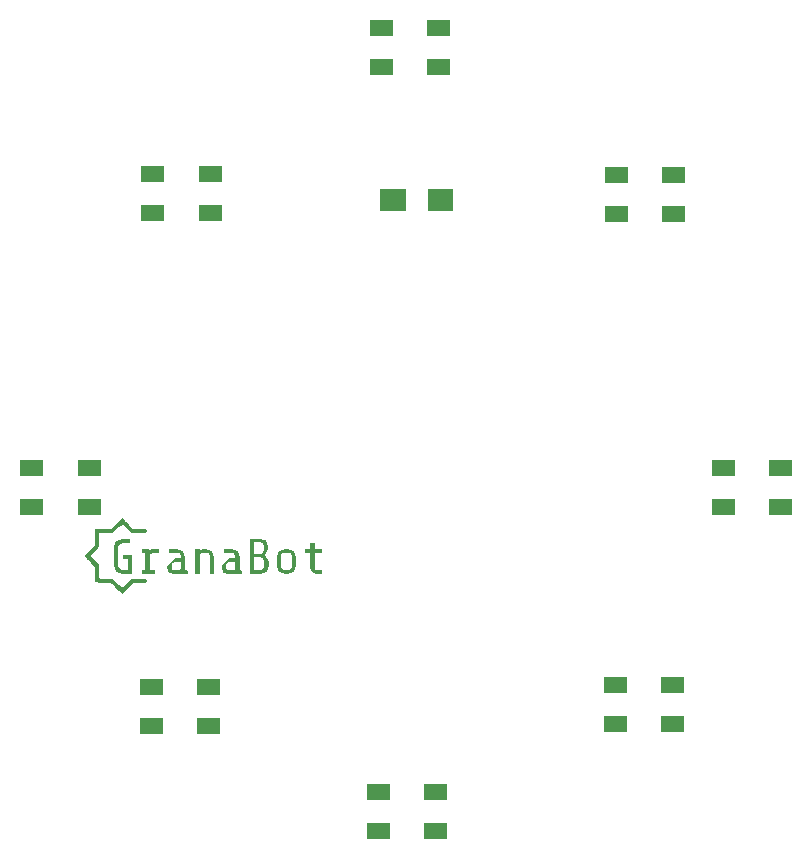
<source format=gts>
%TF.GenerationSoftware,KiCad,Pcbnew,4.0.7-e2-6376~58~ubuntu16.04.1*%
%TF.CreationDate,2018-02-19T14:41:32-07:00*%
%TF.ProjectId,001,3030312E6B696361645F706362000000,rev?*%
%TF.FileFunction,Soldermask,Top*%
%FSLAX46Y46*%
G04 Gerber Fmt 4.6, Leading zero omitted, Abs format (unit mm)*
G04 Created by KiCad (PCBNEW 4.0.7-e2-6376~58~ubuntu16.04.1) date Mon Feb 19 14:41:32 2018*
%MOMM*%
%LPD*%
G01*
G04 APERTURE LIST*
%ADD10C,0.100000*%
G04 APERTURE END LIST*
D10*
G36*
X111436977Y-116610637D02*
X111320847Y-116494893D01*
X111204572Y-116379000D01*
X111088190Y-116263000D01*
X110972017Y-116147213D01*
X110808729Y-116147213D01*
X110645234Y-116147213D01*
X110481590Y-116147213D01*
X110318241Y-116147213D01*
X110151153Y-116137613D01*
X109983855Y-116128013D01*
X109816404Y-116118413D01*
X109649254Y-116108813D01*
X109645414Y-115941325D01*
X109641574Y-115773624D01*
X109637734Y-115605763D01*
X109633894Y-115438211D01*
X109633894Y-115228109D01*
X109633894Y-115018584D01*
X109633894Y-114807256D01*
X109518177Y-114691661D01*
X109402314Y-114575928D01*
X109286343Y-114460088D01*
X109170583Y-114344451D01*
X109054866Y-114228856D01*
X108939003Y-114113123D01*
X108823033Y-113997283D01*
X108707273Y-113881645D01*
X108822990Y-113765347D01*
X108938853Y-113648899D01*
X109054823Y-113532344D01*
X109170583Y-113416003D01*
X109286301Y-113299704D01*
X109402164Y-113183245D01*
X109518134Y-113066691D01*
X109633894Y-112950349D01*
X109633894Y-112739608D01*
X109633894Y-112529432D01*
X109633894Y-112317453D01*
X109640401Y-112147267D01*
X109646908Y-111976877D01*
X109653414Y-111806317D01*
X109659921Y-111636077D01*
X109830103Y-111624024D01*
X110000499Y-111611971D01*
X110171052Y-111599811D01*
X110341296Y-111587757D01*
X110504998Y-111587757D01*
X110668908Y-111587757D01*
X110832965Y-111587757D01*
X110996729Y-111587757D01*
X111113030Y-111472035D01*
X111229478Y-111356173D01*
X111346033Y-111240205D01*
X111462378Y-111124440D01*
X111578679Y-111008728D01*
X111695127Y-110892856D01*
X111811681Y-110776888D01*
X111928026Y-110661133D01*
X112043617Y-110776845D01*
X112159353Y-110892717D01*
X112275196Y-111008685D01*
X112390829Y-111124440D01*
X112506420Y-111240163D01*
X112622156Y-111356024D01*
X112737999Y-111471992D01*
X112853632Y-111587757D01*
X113043260Y-111587757D01*
X113232369Y-111587757D01*
X113423110Y-111587757D01*
X113606123Y-111595224D01*
X113788634Y-111602691D01*
X113972721Y-111610157D01*
X114044476Y-111772973D01*
X113974470Y-111922232D01*
X113773566Y-111927565D01*
X113573211Y-111932899D01*
X113371126Y-111938232D01*
X113210547Y-111938232D01*
X113049765Y-111938232D01*
X112888837Y-111938232D01*
X112728198Y-111938232D01*
X112607311Y-111816696D01*
X112486755Y-111695491D01*
X112365158Y-111573240D01*
X112228563Y-111443011D01*
X112092342Y-111313144D01*
X111954945Y-111182157D01*
X111808916Y-111303555D01*
X111663289Y-111424611D01*
X111516402Y-111546723D01*
X111386081Y-111676803D01*
X111256117Y-111806531D01*
X111125031Y-111937379D01*
X110937281Y-111939512D01*
X110750044Y-111941645D01*
X110561190Y-111943779D01*
X110373439Y-111945912D01*
X110186202Y-111948045D01*
X109997348Y-111950179D01*
X109995108Y-112137933D01*
X109992868Y-112325165D01*
X109990628Y-112514019D01*
X109988388Y-112701773D01*
X109986148Y-112889005D01*
X109983908Y-113077859D01*
X109852723Y-113209283D01*
X109721899Y-113340355D01*
X109589943Y-113472547D01*
X109458758Y-113603971D01*
X109327934Y-113735032D01*
X109195979Y-113867224D01*
X109325218Y-113996653D01*
X109454105Y-114125720D01*
X109584103Y-114255907D01*
X109713344Y-114385325D01*
X109842230Y-114514392D01*
X109972229Y-114644579D01*
X109976389Y-114834328D01*
X109980549Y-115023565D01*
X109984709Y-115214435D01*
X109988869Y-115404195D01*
X109993029Y-115593432D01*
X109997189Y-115784301D01*
X110186945Y-115788568D01*
X110376180Y-115792835D01*
X110567050Y-115797101D01*
X110756805Y-115801368D01*
X110946041Y-115805635D01*
X111136911Y-115809901D01*
X111264345Y-115937155D01*
X111391428Y-116064056D01*
X111519610Y-116192056D01*
X111654962Y-116319309D01*
X111789945Y-116446221D01*
X111926092Y-116574221D01*
X112064267Y-116444877D01*
X112202063Y-116315896D01*
X112341050Y-116185795D01*
X112471305Y-116056451D01*
X112601203Y-115927469D01*
X112732224Y-115797368D01*
X112942041Y-115797368D01*
X113151281Y-115797368D01*
X113362330Y-115797368D01*
X113563940Y-115803768D01*
X113764997Y-115810168D01*
X113967792Y-115816568D01*
X114044315Y-115980195D01*
X113980624Y-116129037D01*
X113802675Y-116135437D01*
X113625213Y-116141837D01*
X113446219Y-116148237D01*
X113257189Y-116148237D01*
X113068678Y-116148237D01*
X112878540Y-116148237D01*
X112762876Y-116264024D01*
X112647067Y-116379971D01*
X112531151Y-116496013D01*
X112415444Y-116611843D01*
X112293458Y-116727587D01*
X112171318Y-116843480D01*
X112049067Y-116959480D01*
X111927036Y-117075267D01*
X111804583Y-116959480D01*
X111681978Y-116843533D01*
X111559259Y-116727491D01*
X111436762Y-116611661D01*
X111436813Y-116612237D01*
X111436977Y-116610637D01*
X111436977Y-116610637D01*
G37*
G36*
X112006989Y-115411363D02*
X111433615Y-115231651D01*
X111236785Y-114683949D01*
X111236785Y-113143544D01*
X111433615Y-112600120D01*
X112006989Y-112416131D01*
X112610315Y-112416131D01*
X112610315Y-112741325D01*
X111964199Y-112741325D01*
X111707465Y-112835512D01*
X111609054Y-113062296D01*
X111609054Y-114765304D01*
X111707465Y-114992077D01*
X111964199Y-115086264D01*
X112383533Y-115086264D01*
X112383533Y-114157741D01*
X112011267Y-114157741D01*
X112011267Y-113836813D01*
X112738682Y-113836813D01*
X112738682Y-115411459D01*
X112006989Y-115411459D01*
X112006989Y-115411363D01*
X112006989Y-115411363D01*
G37*
G36*
X113881418Y-115090445D02*
X113881418Y-113592824D01*
X113569057Y-113592824D01*
X113569057Y-113271907D01*
X114223730Y-113271907D01*
X114223730Y-113387437D01*
X114566043Y-113271907D01*
X115006770Y-113271907D01*
X115006770Y-113614221D01*
X114523253Y-113614221D01*
X114317866Y-113704035D01*
X114245130Y-113879469D01*
X114245130Y-115090403D01*
X114711531Y-115090403D01*
X114711531Y-115411320D01*
X113569062Y-115411320D01*
X113569062Y-115090403D01*
X113881423Y-115090403D01*
X113881418Y-115090445D01*
X113881418Y-115090445D01*
G37*
G36*
X117232069Y-115411363D02*
X116692929Y-115090488D01*
X116855527Y-115030541D01*
X116889757Y-114876493D01*
X116889757Y-114405816D01*
X116354893Y-114405816D01*
X116170900Y-114478563D01*
X116098164Y-114662552D01*
X116098164Y-114876493D01*
X116149514Y-115039096D01*
X116312112Y-115090403D01*
X116692935Y-115090403D01*
X116692929Y-115090488D01*
X117232069Y-115411363D01*
X117107981Y-115377123D01*
X116996730Y-115282936D01*
X116735716Y-115411309D01*
X116354893Y-115411309D01*
X115879934Y-115282936D01*
X115734451Y-114833656D01*
X115734451Y-114748109D01*
X116359172Y-114084877D01*
X116889757Y-114084877D01*
X116889757Y-113870936D01*
X116808455Y-113665549D01*
X116568836Y-113592803D01*
X115905605Y-113592803D01*
X115905605Y-113271885D01*
X116526047Y-113271885D01*
X117073747Y-113434488D01*
X117253461Y-113956515D01*
X117253461Y-114983448D01*
X117300533Y-115081901D01*
X117467411Y-115111875D01*
X117467411Y-115411405D01*
X117232071Y-115411405D01*
X117232069Y-115411363D01*
X117232069Y-115411363D01*
G37*
G36*
X118468941Y-113271907D02*
X118468941Y-113374627D01*
X118811253Y-113271907D01*
X119008083Y-113271907D01*
X119521552Y-113434509D01*
X119692708Y-113956536D01*
X119692708Y-115411363D01*
X119329001Y-115411363D01*
X119329001Y-113870957D01*
X119251977Y-113669848D01*
X119050868Y-113592835D01*
X118768460Y-113592835D01*
X118558794Y-113669848D01*
X118490335Y-113828163D01*
X118490335Y-115411363D01*
X118126628Y-115411363D01*
X118126628Y-113271907D01*
X118468941Y-113271907D01*
X118468941Y-113271907D01*
G37*
G36*
X121845266Y-115411363D02*
X121306126Y-115090488D01*
X121468724Y-115030541D01*
X121502954Y-114876493D01*
X121502954Y-114405816D01*
X120968090Y-114405816D01*
X120784097Y-114478563D01*
X120711350Y-114662552D01*
X120711350Y-114876493D01*
X120762700Y-115039096D01*
X120925298Y-115090403D01*
X121306122Y-115090403D01*
X121306126Y-115090488D01*
X121845266Y-115411363D01*
X121721178Y-115377123D01*
X121609926Y-115282936D01*
X121348913Y-115411309D01*
X120968090Y-115411309D01*
X120493131Y-115282936D01*
X120347648Y-114833656D01*
X120347648Y-114748109D01*
X120972369Y-114084877D01*
X121502954Y-114084877D01*
X121502954Y-113870936D01*
X121421652Y-113665549D01*
X121182033Y-113592803D01*
X120518802Y-113592803D01*
X120518802Y-113271885D01*
X121139244Y-113271885D01*
X121686944Y-113434488D01*
X121866658Y-113956515D01*
X121866658Y-114983448D01*
X121913730Y-115081901D01*
X122080608Y-115111875D01*
X122080608Y-115411405D01*
X121845268Y-115411405D01*
X121845266Y-115411363D01*
X121845266Y-115411363D01*
G37*
G36*
X124314462Y-114735288D02*
X123587043Y-113682669D01*
X123809547Y-113597123D01*
X123899403Y-113370339D01*
X123899403Y-113045144D01*
X123899408Y-113045123D01*
X123822384Y-112809784D01*
X123587043Y-112737037D01*
X123103527Y-112737037D01*
X123103527Y-113682669D01*
X123587043Y-113682669D01*
X124314462Y-114735288D01*
X123942197Y-114311704D01*
X123856619Y-114089197D01*
X123629837Y-114003651D01*
X123103532Y-114003651D01*
X123103532Y-115090499D01*
X123625558Y-115090499D01*
X123865177Y-115017752D01*
X123942201Y-114778136D01*
X123942201Y-114311736D01*
X123942197Y-114311704D01*
X124314462Y-114735288D01*
X124143306Y-115257315D01*
X123587047Y-115411363D01*
X122731266Y-115411363D01*
X122731266Y-112416131D01*
X123535701Y-112416131D01*
X124091959Y-112570168D01*
X124271674Y-113083640D01*
X124271674Y-113327533D01*
X124036333Y-113823885D01*
X124314462Y-114350189D01*
X124314462Y-114735288D01*
X124314462Y-114735288D01*
G37*
G36*
X126625340Y-114726733D02*
X126261633Y-113870957D01*
X126180332Y-113665571D01*
X125940713Y-113592824D01*
X125713931Y-113592824D01*
X125474311Y-113665571D01*
X125393010Y-113870957D01*
X125393010Y-114812312D01*
X125474311Y-115017699D01*
X125713931Y-115090445D01*
X125940713Y-115090445D01*
X126180332Y-115017699D01*
X126261633Y-114812312D01*
X126261633Y-113870957D01*
X126625340Y-114726733D01*
X126445626Y-115248760D01*
X125897925Y-115411363D01*
X125756722Y-115411363D01*
X125204742Y-115248760D01*
X125029308Y-114726733D01*
X125029308Y-113956536D01*
X125204742Y-113434509D01*
X125756722Y-113271907D01*
X125897925Y-113271907D01*
X126445626Y-113434509D01*
X126625340Y-113956536D01*
X126625340Y-114726733D01*
X126625340Y-114726733D01*
G37*
G36*
X128294382Y-115411363D02*
X127960627Y-115270157D01*
X127845097Y-114897891D01*
X127845097Y-113592824D01*
X127438601Y-113592824D01*
X127438601Y-113271907D01*
X127845097Y-113271907D01*
X127845097Y-112758435D01*
X128208803Y-112758435D01*
X128208803Y-113271907D01*
X128833524Y-113271907D01*
X128833524Y-113592824D01*
X128208803Y-113592824D01*
X128208803Y-114919288D01*
X128255875Y-115051928D01*
X128401358Y-115090435D01*
X128833527Y-115090435D01*
X128833527Y-115411352D01*
X128294385Y-115411352D01*
X128294382Y-115411363D01*
X128294382Y-115411363D01*
G37*
G36*
X139457000Y-137836200D02*
X137504600Y-137836200D01*
X137504600Y-136483800D01*
X139457000Y-136483800D01*
X139457000Y-137836200D01*
X139457000Y-137836200D01*
G37*
G36*
X134580200Y-137836200D02*
X132627800Y-137836200D01*
X132627800Y-136483800D01*
X134580200Y-136483800D01*
X134580200Y-137836200D01*
X134580200Y-137836200D01*
G37*
G36*
X139457000Y-134534200D02*
X137504600Y-134534200D01*
X137504600Y-133181800D01*
X139457000Y-133181800D01*
X139457000Y-134534200D01*
X139457000Y-134534200D01*
G37*
G36*
X134580200Y-134534200D02*
X132627800Y-134534200D01*
X132627800Y-133181800D01*
X134580200Y-133181800D01*
X134580200Y-134534200D01*
X134580200Y-134534200D01*
G37*
G36*
X115352400Y-128946200D02*
X113400000Y-128946200D01*
X113400000Y-127593800D01*
X115352400Y-127593800D01*
X115352400Y-128946200D01*
X115352400Y-128946200D01*
G37*
G36*
X120229200Y-128946200D02*
X118276800Y-128946200D01*
X118276800Y-127593800D01*
X120229200Y-127593800D01*
X120229200Y-128946200D01*
X120229200Y-128946200D01*
G37*
G36*
X154646200Y-128819200D02*
X152693800Y-128819200D01*
X152693800Y-127466800D01*
X154646200Y-127466800D01*
X154646200Y-128819200D01*
X154646200Y-128819200D01*
G37*
G36*
X159523000Y-128819200D02*
X157570600Y-128819200D01*
X157570600Y-127466800D01*
X159523000Y-127466800D01*
X159523000Y-128819200D01*
X159523000Y-128819200D01*
G37*
G36*
X115352400Y-125644200D02*
X113400000Y-125644200D01*
X113400000Y-124291800D01*
X115352400Y-124291800D01*
X115352400Y-125644200D01*
X115352400Y-125644200D01*
G37*
G36*
X120229200Y-125644200D02*
X118276800Y-125644200D01*
X118276800Y-124291800D01*
X120229200Y-124291800D01*
X120229200Y-125644200D01*
X120229200Y-125644200D01*
G37*
G36*
X154646200Y-125517200D02*
X152693800Y-125517200D01*
X152693800Y-124164800D01*
X154646200Y-124164800D01*
X154646200Y-125517200D01*
X154646200Y-125517200D01*
G37*
G36*
X159523000Y-125517200D02*
X157570600Y-125517200D01*
X157570600Y-124164800D01*
X159523000Y-124164800D01*
X159523000Y-125517200D01*
X159523000Y-125517200D01*
G37*
G36*
X110094600Y-110404200D02*
X108142200Y-110404200D01*
X108142200Y-109051800D01*
X110094600Y-109051800D01*
X110094600Y-110404200D01*
X110094600Y-110404200D01*
G37*
G36*
X105217800Y-110404200D02*
X103265400Y-110404200D01*
X103265400Y-109051800D01*
X105217800Y-109051800D01*
X105217800Y-110404200D01*
X105217800Y-110404200D01*
G37*
G36*
X163790200Y-110404200D02*
X161837800Y-110404200D01*
X161837800Y-109051800D01*
X163790200Y-109051800D01*
X163790200Y-110404200D01*
X163790200Y-110404200D01*
G37*
G36*
X168667000Y-110404200D02*
X166714600Y-110404200D01*
X166714600Y-109051800D01*
X168667000Y-109051800D01*
X168667000Y-110404200D01*
X168667000Y-110404200D01*
G37*
G36*
X163790200Y-107102200D02*
X161837800Y-107102200D01*
X161837800Y-105749800D01*
X163790200Y-105749800D01*
X163790200Y-107102200D01*
X163790200Y-107102200D01*
G37*
G36*
X105217800Y-107102200D02*
X103265400Y-107102200D01*
X103265400Y-105749800D01*
X105217800Y-105749800D01*
X105217800Y-107102200D01*
X105217800Y-107102200D01*
G37*
G36*
X168667000Y-107102200D02*
X166714600Y-107102200D01*
X166714600Y-105749800D01*
X168667000Y-105749800D01*
X168667000Y-107102200D01*
X168667000Y-107102200D01*
G37*
G36*
X110094600Y-107102200D02*
X108142200Y-107102200D01*
X108142200Y-105749800D01*
X110094600Y-105749800D01*
X110094600Y-107102200D01*
X110094600Y-107102200D01*
G37*
G36*
X159599200Y-85639200D02*
X157646800Y-85639200D01*
X157646800Y-84286800D01*
X159599200Y-84286800D01*
X159599200Y-85639200D01*
X159599200Y-85639200D01*
G37*
G36*
X154722400Y-85639200D02*
X152770000Y-85639200D01*
X152770000Y-84286800D01*
X154722400Y-84286800D01*
X154722400Y-85639200D01*
X154722400Y-85639200D01*
G37*
G36*
X120356200Y-85512200D02*
X118403800Y-85512200D01*
X118403800Y-84159800D01*
X120356200Y-84159800D01*
X120356200Y-85512200D01*
X120356200Y-85512200D01*
G37*
G36*
X115479400Y-85512200D02*
X113527000Y-85512200D01*
X113527000Y-84159800D01*
X115479400Y-84159800D01*
X115479400Y-85512200D01*
X115479400Y-85512200D01*
G37*
G36*
X135931400Y-84644600D02*
X133779000Y-84644600D01*
X133779000Y-82792200D01*
X135931400Y-82792200D01*
X135931400Y-84644600D01*
X135931400Y-84644600D01*
G37*
G36*
X139931400Y-84644600D02*
X137779000Y-84644600D01*
X137779000Y-82792200D01*
X139931400Y-82792200D01*
X139931400Y-84644600D01*
X139931400Y-84644600D01*
G37*
G36*
X159599200Y-82337200D02*
X157646800Y-82337200D01*
X157646800Y-80984800D01*
X159599200Y-80984800D01*
X159599200Y-82337200D01*
X159599200Y-82337200D01*
G37*
G36*
X154722400Y-82337200D02*
X152770000Y-82337200D01*
X152770000Y-80984800D01*
X154722400Y-80984800D01*
X154722400Y-82337200D01*
X154722400Y-82337200D01*
G37*
G36*
X120356200Y-82210200D02*
X118403800Y-82210200D01*
X118403800Y-80857800D01*
X120356200Y-80857800D01*
X120356200Y-82210200D01*
X120356200Y-82210200D01*
G37*
G36*
X115479400Y-82210200D02*
X113527000Y-82210200D01*
X113527000Y-80857800D01*
X115479400Y-80857800D01*
X115479400Y-82210200D01*
X115479400Y-82210200D01*
G37*
G36*
X139711000Y-73193200D02*
X137758600Y-73193200D01*
X137758600Y-71840800D01*
X139711000Y-71840800D01*
X139711000Y-73193200D01*
X139711000Y-73193200D01*
G37*
G36*
X134834200Y-73193200D02*
X132881800Y-73193200D01*
X132881800Y-71840800D01*
X134834200Y-71840800D01*
X134834200Y-73193200D01*
X134834200Y-73193200D01*
G37*
G36*
X139711000Y-69891200D02*
X137758600Y-69891200D01*
X137758600Y-68538800D01*
X139711000Y-68538800D01*
X139711000Y-69891200D01*
X139711000Y-69891200D01*
G37*
G36*
X134834200Y-69891200D02*
X132881800Y-69891200D01*
X132881800Y-68538800D01*
X134834200Y-68538800D01*
X134834200Y-69891200D01*
X134834200Y-69891200D01*
G37*
M02*

</source>
